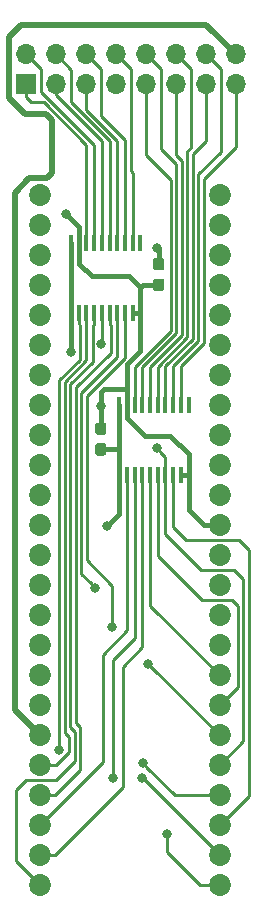
<source format=gbr>
G04 #@! TF.GenerationSoftware,KiCad,Pcbnew,(5.1.4)-1*
G04 #@! TF.CreationDate,2021-01-17T22:07:20+00:00*
G04 #@! TF.ProjectId,Amiga_External,416d6967-615f-4457-9874-65726e616c2e,rev?*
G04 #@! TF.SameCoordinates,Original*
G04 #@! TF.FileFunction,Copper,L1,Top*
G04 #@! TF.FilePolarity,Positive*
%FSLAX46Y46*%
G04 Gerber Fmt 4.6, Leading zero omitted, Abs format (unit mm)*
G04 Created by KiCad (PCBNEW (5.1.4)-1) date 2021-01-17 22:07:20*
%MOMM*%
%LPD*%
G04 APERTURE LIST*
%ADD10C,1.854200*%
%ADD11C,0.100000*%
%ADD12C,0.950000*%
%ADD13R,0.450000X1.450000*%
%ADD14R,1.700000X1.700000*%
%ADD15O,1.700000X1.700000*%
%ADD16C,0.800000*%
%ADD17C,0.400000*%
%ADD18C,0.500000*%
%ADD19C,0.250000*%
G04 APERTURE END LIST*
D10*
X142240000Y-76200000D03*
X142240000Y-78740000D03*
X142240000Y-81280000D03*
X142240000Y-83820000D03*
X142240000Y-86360000D03*
X142240000Y-88900000D03*
X142240000Y-91440000D03*
X142240000Y-93980000D03*
X142240000Y-96520000D03*
X142240000Y-99060000D03*
X142240000Y-101600000D03*
X142240000Y-104140000D03*
X142240000Y-106680000D03*
X142240000Y-109220000D03*
X142240000Y-111760000D03*
X142240000Y-114300000D03*
X142240000Y-116840000D03*
X142240000Y-119380000D03*
X142240000Y-121920000D03*
X142240000Y-124460000D03*
X127000000Y-124460000D03*
X127000000Y-121920000D03*
X127000000Y-119380000D03*
X127000000Y-116840000D03*
X127000000Y-114300000D03*
X127000000Y-111760000D03*
X127000000Y-109220000D03*
X127000000Y-106680000D03*
X127000000Y-104140000D03*
X127000000Y-101600000D03*
X127000000Y-96520000D03*
X127000000Y-93980000D03*
X127000000Y-91440000D03*
X127000000Y-88900000D03*
X127000000Y-86360000D03*
X127000000Y-83820000D03*
X127000000Y-81280000D03*
X127000000Y-78740000D03*
X127000000Y-76200000D03*
X127000000Y-99060000D03*
X127000000Y-129540000D03*
X127000000Y-127000000D03*
X127000000Y-132080000D03*
X142240000Y-134620000D03*
X142240000Y-132080000D03*
X127000000Y-134620000D03*
X142240000Y-127000000D03*
X142240000Y-129540000D03*
D11*
G36*
X132442379Y-97201344D02*
G01*
X132465434Y-97204763D01*
X132488043Y-97210427D01*
X132509987Y-97218279D01*
X132531057Y-97228244D01*
X132551048Y-97240226D01*
X132569768Y-97254110D01*
X132587038Y-97269762D01*
X132602690Y-97287032D01*
X132616574Y-97305752D01*
X132628556Y-97325743D01*
X132638521Y-97346813D01*
X132646373Y-97368757D01*
X132652037Y-97391366D01*
X132655456Y-97414421D01*
X132656600Y-97437700D01*
X132656600Y-98012700D01*
X132655456Y-98035979D01*
X132652037Y-98059034D01*
X132646373Y-98081643D01*
X132638521Y-98103587D01*
X132628556Y-98124657D01*
X132616574Y-98144648D01*
X132602690Y-98163368D01*
X132587038Y-98180638D01*
X132569768Y-98196290D01*
X132551048Y-98210174D01*
X132531057Y-98222156D01*
X132509987Y-98232121D01*
X132488043Y-98239973D01*
X132465434Y-98245637D01*
X132442379Y-98249056D01*
X132419100Y-98250200D01*
X131944100Y-98250200D01*
X131920821Y-98249056D01*
X131897766Y-98245637D01*
X131875157Y-98239973D01*
X131853213Y-98232121D01*
X131832143Y-98222156D01*
X131812152Y-98210174D01*
X131793432Y-98196290D01*
X131776162Y-98180638D01*
X131760510Y-98163368D01*
X131746626Y-98144648D01*
X131734644Y-98124657D01*
X131724679Y-98103587D01*
X131716827Y-98081643D01*
X131711163Y-98059034D01*
X131707744Y-98035979D01*
X131706600Y-98012700D01*
X131706600Y-97437700D01*
X131707744Y-97414421D01*
X131711163Y-97391366D01*
X131716827Y-97368757D01*
X131724679Y-97346813D01*
X131734644Y-97325743D01*
X131746626Y-97305752D01*
X131760510Y-97287032D01*
X131776162Y-97269762D01*
X131793432Y-97254110D01*
X131812152Y-97240226D01*
X131832143Y-97228244D01*
X131853213Y-97218279D01*
X131875157Y-97210427D01*
X131897766Y-97204763D01*
X131920821Y-97201344D01*
X131944100Y-97200200D01*
X132419100Y-97200200D01*
X132442379Y-97201344D01*
X132442379Y-97201344D01*
G37*
D12*
X132181600Y-97725200D03*
D11*
G36*
X132442379Y-95451344D02*
G01*
X132465434Y-95454763D01*
X132488043Y-95460427D01*
X132509987Y-95468279D01*
X132531057Y-95478244D01*
X132551048Y-95490226D01*
X132569768Y-95504110D01*
X132587038Y-95519762D01*
X132602690Y-95537032D01*
X132616574Y-95555752D01*
X132628556Y-95575743D01*
X132638521Y-95596813D01*
X132646373Y-95618757D01*
X132652037Y-95641366D01*
X132655456Y-95664421D01*
X132656600Y-95687700D01*
X132656600Y-96262700D01*
X132655456Y-96285979D01*
X132652037Y-96309034D01*
X132646373Y-96331643D01*
X132638521Y-96353587D01*
X132628556Y-96374657D01*
X132616574Y-96394648D01*
X132602690Y-96413368D01*
X132587038Y-96430638D01*
X132569768Y-96446290D01*
X132551048Y-96460174D01*
X132531057Y-96472156D01*
X132509987Y-96482121D01*
X132488043Y-96489973D01*
X132465434Y-96495637D01*
X132442379Y-96499056D01*
X132419100Y-96500200D01*
X131944100Y-96500200D01*
X131920821Y-96499056D01*
X131897766Y-96495637D01*
X131875157Y-96489973D01*
X131853213Y-96482121D01*
X131832143Y-96472156D01*
X131812152Y-96460174D01*
X131793432Y-96446290D01*
X131776162Y-96430638D01*
X131760510Y-96413368D01*
X131746626Y-96394648D01*
X131734644Y-96374657D01*
X131724679Y-96353587D01*
X131716827Y-96331643D01*
X131711163Y-96309034D01*
X131707744Y-96285979D01*
X131706600Y-96262700D01*
X131706600Y-95687700D01*
X131707744Y-95664421D01*
X131711163Y-95641366D01*
X131716827Y-95618757D01*
X131724679Y-95596813D01*
X131734644Y-95575743D01*
X131746626Y-95555752D01*
X131760510Y-95537032D01*
X131776162Y-95519762D01*
X131793432Y-95504110D01*
X131812152Y-95490226D01*
X131832143Y-95478244D01*
X131853213Y-95468279D01*
X131875157Y-95460427D01*
X131897766Y-95454763D01*
X131920821Y-95451344D01*
X131944100Y-95450200D01*
X132419100Y-95450200D01*
X132442379Y-95451344D01*
X132442379Y-95451344D01*
G37*
D12*
X132181600Y-95975200D03*
D13*
X129663000Y-86160400D03*
X130313000Y-86160400D03*
X130963000Y-86160400D03*
X131613000Y-86160400D03*
X132263000Y-86160400D03*
X132913000Y-86160400D03*
X133563000Y-86160400D03*
X134213000Y-86160400D03*
X134863000Y-86160400D03*
X135513000Y-86160400D03*
X135513000Y-80260400D03*
X134863000Y-80260400D03*
X134213000Y-80260400D03*
X133563000Y-80260400D03*
X132913000Y-80260400D03*
X132263000Y-80260400D03*
X131613000Y-80260400D03*
X130963000Y-80260400D03*
X130313000Y-80260400D03*
X129663000Y-80260400D03*
X133752400Y-93951000D03*
X134402400Y-93951000D03*
X135052400Y-93951000D03*
X135702400Y-93951000D03*
X136352400Y-93951000D03*
X137002400Y-93951000D03*
X137652400Y-93951000D03*
X138302400Y-93951000D03*
X138952400Y-93951000D03*
X139602400Y-93951000D03*
X139602400Y-99851000D03*
X138952400Y-99851000D03*
X138302400Y-99851000D03*
X137652400Y-99851000D03*
X137002400Y-99851000D03*
X136352400Y-99851000D03*
X135702400Y-99851000D03*
X135052400Y-99851000D03*
X134402400Y-99851000D03*
X133752400Y-99851000D03*
D14*
X125806200Y-66802000D03*
D15*
X125806200Y-64262000D03*
X128346200Y-66802000D03*
X128346200Y-64262000D03*
X130886200Y-66802000D03*
X130886200Y-64262000D03*
X133426200Y-66802000D03*
X133426200Y-64262000D03*
X135966200Y-66802000D03*
X135966200Y-64262000D03*
X138506200Y-66802000D03*
X138506200Y-64262000D03*
X141046200Y-66802000D03*
X141046200Y-64262000D03*
X143586200Y-66802000D03*
X143586200Y-64262000D03*
D11*
G36*
X137344579Y-81506744D02*
G01*
X137367634Y-81510163D01*
X137390243Y-81515827D01*
X137412187Y-81523679D01*
X137433257Y-81533644D01*
X137453248Y-81545626D01*
X137471968Y-81559510D01*
X137489238Y-81575162D01*
X137504890Y-81592432D01*
X137518774Y-81611152D01*
X137530756Y-81631143D01*
X137540721Y-81652213D01*
X137548573Y-81674157D01*
X137554237Y-81696766D01*
X137557656Y-81719821D01*
X137558800Y-81743100D01*
X137558800Y-82318100D01*
X137557656Y-82341379D01*
X137554237Y-82364434D01*
X137548573Y-82387043D01*
X137540721Y-82408987D01*
X137530756Y-82430057D01*
X137518774Y-82450048D01*
X137504890Y-82468768D01*
X137489238Y-82486038D01*
X137471968Y-82501690D01*
X137453248Y-82515574D01*
X137433257Y-82527556D01*
X137412187Y-82537521D01*
X137390243Y-82545373D01*
X137367634Y-82551037D01*
X137344579Y-82554456D01*
X137321300Y-82555600D01*
X136846300Y-82555600D01*
X136823021Y-82554456D01*
X136799966Y-82551037D01*
X136777357Y-82545373D01*
X136755413Y-82537521D01*
X136734343Y-82527556D01*
X136714352Y-82515574D01*
X136695632Y-82501690D01*
X136678362Y-82486038D01*
X136662710Y-82468768D01*
X136648826Y-82450048D01*
X136636844Y-82430057D01*
X136626879Y-82408987D01*
X136619027Y-82387043D01*
X136613363Y-82364434D01*
X136609944Y-82341379D01*
X136608800Y-82318100D01*
X136608800Y-81743100D01*
X136609944Y-81719821D01*
X136613363Y-81696766D01*
X136619027Y-81674157D01*
X136626879Y-81652213D01*
X136636844Y-81631143D01*
X136648826Y-81611152D01*
X136662710Y-81592432D01*
X136678362Y-81575162D01*
X136695632Y-81559510D01*
X136714352Y-81545626D01*
X136734343Y-81533644D01*
X136755413Y-81523679D01*
X136777357Y-81515827D01*
X136799966Y-81510163D01*
X136823021Y-81506744D01*
X136846300Y-81505600D01*
X137321300Y-81505600D01*
X137344579Y-81506744D01*
X137344579Y-81506744D01*
G37*
D12*
X137083800Y-82030600D03*
D11*
G36*
X137344579Y-83256744D02*
G01*
X137367634Y-83260163D01*
X137390243Y-83265827D01*
X137412187Y-83273679D01*
X137433257Y-83283644D01*
X137453248Y-83295626D01*
X137471968Y-83309510D01*
X137489238Y-83325162D01*
X137504890Y-83342432D01*
X137518774Y-83361152D01*
X137530756Y-83381143D01*
X137540721Y-83402213D01*
X137548573Y-83424157D01*
X137554237Y-83446766D01*
X137557656Y-83469821D01*
X137558800Y-83493100D01*
X137558800Y-84068100D01*
X137557656Y-84091379D01*
X137554237Y-84114434D01*
X137548573Y-84137043D01*
X137540721Y-84158987D01*
X137530756Y-84180057D01*
X137518774Y-84200048D01*
X137504890Y-84218768D01*
X137489238Y-84236038D01*
X137471968Y-84251690D01*
X137453248Y-84265574D01*
X137433257Y-84277556D01*
X137412187Y-84287521D01*
X137390243Y-84295373D01*
X137367634Y-84301037D01*
X137344579Y-84304456D01*
X137321300Y-84305600D01*
X136846300Y-84305600D01*
X136823021Y-84304456D01*
X136799966Y-84301037D01*
X136777357Y-84295373D01*
X136755413Y-84287521D01*
X136734343Y-84277556D01*
X136714352Y-84265574D01*
X136695632Y-84251690D01*
X136678362Y-84236038D01*
X136662710Y-84218768D01*
X136648826Y-84200048D01*
X136636844Y-84180057D01*
X136626879Y-84158987D01*
X136619027Y-84137043D01*
X136613363Y-84114434D01*
X136609944Y-84091379D01*
X136608800Y-84068100D01*
X136608800Y-83493100D01*
X136609944Y-83469821D01*
X136613363Y-83446766D01*
X136619027Y-83424157D01*
X136626879Y-83402213D01*
X136636844Y-83381143D01*
X136648826Y-83361152D01*
X136662710Y-83342432D01*
X136678362Y-83325162D01*
X136695632Y-83309510D01*
X136714352Y-83295626D01*
X136734343Y-83283644D01*
X136755413Y-83273679D01*
X136777357Y-83265827D01*
X136799966Y-83260163D01*
X136823021Y-83256744D01*
X136846300Y-83255600D01*
X137321300Y-83255600D01*
X137344579Y-83256744D01*
X137344579Y-83256744D01*
G37*
D12*
X137083800Y-83780600D03*
D16*
X132689600Y-104216200D03*
X136956800Y-80695800D03*
X129641600Y-89458800D03*
X129235200Y-77774800D03*
X132181600Y-94081600D03*
X133121400Y-112801400D03*
X136194804Y-115874800D03*
X136906000Y-97637600D03*
X132232400Y-88823800D03*
X137795000Y-130327400D03*
X131724400Y-109423198D03*
X135661400Y-125577600D03*
X133172202Y-125577600D03*
X135712200Y-124282200D03*
X128651000Y-123139202D03*
D17*
X133752400Y-93951000D02*
X133752400Y-96008000D01*
X129663000Y-85449600D02*
X129663000Y-80260400D01*
X129663000Y-86160400D02*
X129663000Y-85449600D01*
X137083800Y-80822800D02*
X136956800Y-80695800D01*
X137083800Y-82030600D02*
X137083800Y-80822800D01*
X133719600Y-97725200D02*
X132181600Y-97725200D01*
X133752400Y-97692400D02*
X133719600Y-97725200D01*
X133752400Y-97692400D02*
X133752400Y-99851000D01*
X133752400Y-96008000D02*
X133752400Y-97692400D01*
X133752400Y-103153400D02*
X132689600Y-104216200D01*
X133752400Y-99851000D02*
X133752400Y-103153400D01*
D18*
X126136400Y-74752200D02*
X124891800Y-75996800D01*
X127584200Y-74752200D02*
X126136400Y-74752200D01*
X128041400Y-74295000D02*
X127584200Y-74752200D01*
X128041400Y-69828680D02*
X128041400Y-74295000D01*
X127529320Y-69316600D02*
X128041400Y-69828680D01*
X141097000Y-61772800D02*
X125450600Y-61772800D01*
X143586200Y-64262000D02*
X141097000Y-61772800D01*
X125450600Y-61772800D02*
X124409200Y-62814200D01*
X124891800Y-75996800D02*
X124891800Y-119811800D01*
X124409200Y-62814200D02*
X124409200Y-67945000D01*
X124409200Y-67945000D02*
X125780800Y-69316600D01*
X124891800Y-119811800D02*
X127000000Y-121920000D01*
X125780800Y-69316600D02*
X127529320Y-69316600D01*
D17*
X129663000Y-86160400D02*
X129663000Y-89437400D01*
X129663000Y-89437400D02*
X129641600Y-89458800D01*
X130337999Y-80985799D02*
X130337999Y-82001799D01*
X130313000Y-80260400D02*
X130313000Y-80960800D01*
X130313000Y-80960800D02*
X130337999Y-80985799D01*
X130337999Y-82001799D02*
X131419600Y-83083400D01*
X131419600Y-83083400D02*
X134594600Y-83083400D01*
X135513000Y-84001800D02*
X135513000Y-86160400D01*
X134594600Y-83083400D02*
X135513000Y-84001800D01*
X134863000Y-86160400D02*
X135513000Y-86160400D01*
X139602400Y-100976000D02*
X139602400Y-99851000D01*
X139602400Y-102813517D02*
X139602400Y-100976000D01*
X142240000Y-104140000D02*
X140928883Y-104140000D01*
X140928883Y-104140000D02*
X139602400Y-102813517D01*
X139602400Y-99851000D02*
X138952400Y-99851000D01*
X135734200Y-83780600D02*
X137083800Y-83780600D01*
X135513000Y-84001800D02*
X135734200Y-83780600D01*
X132181600Y-95975200D02*
X132181600Y-94081600D01*
X132450000Y-92594000D02*
X134402400Y-92594000D01*
X132181600Y-92862400D02*
X132450000Y-92594000D01*
X134402400Y-93951000D02*
X134402400Y-92594000D01*
X135884598Y-96558198D02*
X134402400Y-95076000D01*
X139602400Y-99851000D02*
X139602400Y-98108596D01*
X134402400Y-95076000D02*
X134402400Y-93951000D01*
X138052002Y-96558198D02*
X135884598Y-96558198D01*
X139602400Y-98108596D02*
X138052002Y-96558198D01*
X130313000Y-80260400D02*
X130313000Y-78852600D01*
X130313000Y-78852600D02*
X129235200Y-77774800D01*
X132181600Y-94081600D02*
X132181600Y-92862400D01*
X134402400Y-92594000D02*
X134402400Y-90520476D01*
X134402400Y-90520476D02*
X135513000Y-89409876D01*
X135513000Y-87285400D02*
X135513000Y-86160400D01*
X135513000Y-89409876D02*
X135513000Y-87285400D01*
D19*
X130963000Y-71934810D02*
X130963000Y-77572200D01*
X130963000Y-77572200D02*
X130963000Y-80403000D01*
X126255600Y-68351400D02*
X127379591Y-68351401D01*
X125806200Y-67902000D02*
X126255600Y-68351400D01*
X127379591Y-68351401D02*
X130963000Y-71934810D01*
X125806200Y-66802000D02*
X125806200Y-67902000D01*
X131613000Y-77206200D02*
X131613000Y-80260400D01*
X131613000Y-71948400D02*
X131613000Y-77206200D01*
X127101600Y-67437000D02*
X131613000Y-71948400D01*
X125806200Y-64262000D02*
X127101600Y-65557400D01*
X127101600Y-65557400D02*
X127101600Y-67437000D01*
X132263000Y-76721481D02*
X132263000Y-80403000D01*
X132263000Y-71604980D02*
X132263000Y-76721481D01*
X128346200Y-66802000D02*
X128346200Y-67688180D01*
X128346200Y-67688180D02*
X132263000Y-71604980D01*
X132913000Y-75558400D02*
X132913000Y-80403000D01*
X132913000Y-71618570D02*
X132913000Y-75558400D01*
X129646208Y-68351778D02*
X132913000Y-71618570D01*
X129646208Y-65562008D02*
X129646208Y-68351778D01*
X128346200Y-64262000D02*
X129646208Y-65562008D01*
X133563000Y-74279400D02*
X133563000Y-80260400D01*
X133563000Y-71632160D02*
X133563000Y-74279400D01*
X130886200Y-66802000D02*
X130886200Y-68955360D01*
X130886200Y-68955360D02*
X133563000Y-71632160D01*
X134213000Y-74292990D02*
X134213000Y-80403000D01*
X134213000Y-71525800D02*
X134213000Y-74292990D01*
X132156200Y-69469000D02*
X134213000Y-71525800D01*
X130886200Y-64262000D02*
X132156200Y-65532000D01*
X132156200Y-65532000D02*
X132156200Y-69469000D01*
X134863000Y-74306580D02*
X134863000Y-80403000D01*
X134696200Y-74139780D02*
X134863000Y-74306580D01*
X133426200Y-64262000D02*
X134696200Y-65532000D01*
X134696200Y-65532000D02*
X134696200Y-74139780D01*
X135052400Y-90753600D02*
X135052400Y-93951000D01*
X138099800Y-87706200D02*
X135052400Y-90753600D01*
X138099800Y-74938281D02*
X138099800Y-87706200D01*
X135966200Y-71602600D02*
X135966200Y-72804681D01*
X135966200Y-72804681D02*
X138099800Y-74938281D01*
X135966200Y-71602600D02*
X135966200Y-66802000D01*
X137236200Y-65532000D02*
X135966200Y-64262000D01*
X137236200Y-72261600D02*
X137236200Y-65532000D01*
X138549811Y-73575211D02*
X137236200Y-72261600D01*
X138549811Y-87892600D02*
X138549811Y-73575211D01*
X135702400Y-93951000D02*
X135702400Y-90740010D01*
X135702400Y-90740010D02*
X138549811Y-87892600D01*
X136352400Y-93951000D02*
X136352400Y-90726420D01*
X136352400Y-90726420D02*
X139039600Y-88039220D01*
X138506200Y-72804681D02*
X138506200Y-71602600D01*
X139039600Y-88039220D02*
X139039600Y-73338081D01*
X139039600Y-73338081D02*
X138506200Y-72804681D01*
X138506200Y-71602600D02*
X138506200Y-66802000D01*
X139776200Y-65532000D02*
X138506200Y-64262000D01*
X139776200Y-72186800D02*
X139776200Y-65532000D01*
X139503990Y-72459010D02*
X139776200Y-72186800D01*
X139503990Y-88211240D02*
X139503990Y-72459010D01*
X137002400Y-93951000D02*
X137002400Y-90712830D01*
X137002400Y-90712830D02*
X139503990Y-88211240D01*
X139954000Y-72694800D02*
X141046200Y-71602600D01*
X139954000Y-88397640D02*
X139954000Y-72694800D01*
X137652400Y-93951000D02*
X137652400Y-90699240D01*
X137652400Y-90699240D02*
X139954000Y-88397640D01*
X141046200Y-71602600D02*
X141046200Y-66802000D01*
X142316200Y-65532000D02*
X141046200Y-64262000D01*
X142316200Y-72542400D02*
X142316200Y-65532000D01*
X140411200Y-74447400D02*
X142316200Y-72542400D01*
X140411200Y-88576850D02*
X140411200Y-74447400D01*
X138302400Y-93951000D02*
X138302400Y-90685650D01*
X138302400Y-90685650D02*
X140411200Y-88576850D01*
D18*
X143078200Y-66700400D02*
X143586200Y-67208400D01*
D19*
X143586200Y-72136000D02*
X143586200Y-71602600D01*
X140893800Y-74828400D02*
X143586200Y-72136000D01*
X140893800Y-88730660D02*
X140893800Y-74828400D01*
X138952400Y-93951000D02*
X138952400Y-90672060D01*
X138952400Y-90672060D02*
X140893800Y-88730660D01*
X143586200Y-71602600D02*
X143586200Y-66802000D01*
X136352400Y-103254600D02*
X136352400Y-99851000D01*
X142240000Y-116840000D02*
X136352400Y-110952400D01*
X136352400Y-110952400D02*
X136352400Y-103254600D01*
X137002400Y-106751000D02*
X137002400Y-100826000D01*
X143263501Y-110472101D02*
X140723501Y-110472101D01*
X140723501Y-110472101D02*
X137002400Y-106751000D01*
X143796589Y-117823411D02*
X143796589Y-111005189D01*
X142240000Y-119380000D02*
X143796589Y-117823411D01*
X137002400Y-100826000D02*
X137002400Y-99851000D01*
X143796589Y-111005189D02*
X143263501Y-110472101D01*
X142240000Y-121920000D02*
X136194804Y-115874804D01*
X136194804Y-115874804D02*
X136194804Y-115874800D01*
X133121400Y-109250786D02*
X133121400Y-112801400D01*
X130987800Y-107117186D02*
X133121400Y-109250786D01*
X130987800Y-93192600D02*
X130987800Y-107117186D01*
X134213000Y-86160400D02*
X134213000Y-89967400D01*
X134213000Y-89967400D02*
X130987800Y-93192600D01*
X137652400Y-103254600D02*
X137652400Y-99851000D01*
X140698101Y-107932101D02*
X137652400Y-104886400D01*
X143466701Y-107932101D02*
X140698101Y-107932101D01*
X142240000Y-124460000D02*
X144246600Y-122453400D01*
X137652400Y-104886400D02*
X137652400Y-103254600D01*
X144246600Y-122453400D02*
X144246600Y-108712000D01*
X144246600Y-108712000D02*
X143466701Y-107932101D01*
X137652400Y-98384000D02*
X137305999Y-98037599D01*
X137652400Y-99851000D02*
X137652400Y-98384000D01*
X137305999Y-98037599D02*
X136906000Y-97637600D01*
X132263000Y-88793200D02*
X132232400Y-88823800D01*
X132263000Y-86160400D02*
X132263000Y-88793200D01*
X129503002Y-123360204D02*
X129503002Y-122060802D01*
X127000000Y-124460000D02*
X128403206Y-124460000D01*
X128403206Y-124460000D02*
X129503002Y-123360204D01*
X130963000Y-87135400D02*
X130963000Y-86160400D01*
X129503002Y-122060802D02*
X129140789Y-121698589D01*
X129140789Y-121698589D02*
X129140789Y-92018421D01*
X129140789Y-92018421D02*
X130963000Y-90196210D01*
X130963000Y-90196210D02*
X130963000Y-87135400D01*
X134402400Y-100826000D02*
X134402400Y-99851000D01*
X134402400Y-113019000D02*
X134402400Y-100826000D01*
X132320198Y-115101202D02*
X134402400Y-113019000D01*
X127000000Y-129540000D02*
X132320198Y-124219802D01*
X132320198Y-124219802D02*
X132320198Y-115101202D01*
X133033602Y-89521198D02*
X133033602Y-87256002D01*
X130073400Y-92481400D02*
X133033602Y-89521198D01*
X130073400Y-120904000D02*
X130073400Y-92481400D01*
X133033602Y-87256002D02*
X132913000Y-87135400D01*
X132913000Y-87135400D02*
X132913000Y-86160400D01*
X128311117Y-127000000D02*
X130403024Y-124908093D01*
X130403024Y-124908093D02*
X130403024Y-121233624D01*
X130403024Y-121233624D02*
X130073400Y-120904000D01*
X127000000Y-127000000D02*
X128311117Y-127000000D01*
X135702400Y-114487600D02*
X135702400Y-100826000D01*
X134074433Y-126316684D02*
X134074433Y-116115567D01*
X134074433Y-116115567D02*
X135702400Y-114487600D01*
X128311117Y-132080000D02*
X134074433Y-126316684D01*
X127000000Y-132080000D02*
X128311117Y-132080000D01*
X135702400Y-100826000D02*
X135702400Y-99851000D01*
X137795000Y-131851400D02*
X137795000Y-130327400D01*
X142240000Y-134620000D02*
X140563600Y-134620000D01*
X140563600Y-134620000D02*
X137795000Y-131851400D01*
X131324401Y-109023199D02*
X131724400Y-109423198D01*
X130537789Y-108236587D02*
X131324401Y-109023199D01*
X130537789Y-92931411D02*
X130537789Y-108236587D01*
X133563000Y-86160400D02*
X133563000Y-89906200D01*
X133563000Y-89906200D02*
X130537789Y-92931411D01*
X142240000Y-132080000D02*
X135737600Y-125577600D01*
X135737600Y-125577600D02*
X135661400Y-125577600D01*
X133172202Y-125011915D02*
X133172202Y-125577600D01*
X135052400Y-113715200D02*
X133172202Y-115595398D01*
X133172202Y-115595398D02*
X133172202Y-125011915D01*
X135052400Y-99851000D02*
X135052400Y-113715200D01*
X129953013Y-124123187D02*
X129953013Y-121621813D01*
X125849499Y-125712101D02*
X128364099Y-125712101D01*
X124968000Y-132588000D02*
X124968000Y-126593600D01*
X131481998Y-90313622D02*
X131481998Y-87266402D01*
X128364099Y-125712101D02*
X129953013Y-124123187D01*
X129590800Y-121259600D02*
X129590800Y-92204820D01*
X127000000Y-134620000D02*
X124968000Y-132588000D01*
X131613000Y-87135400D02*
X131613000Y-86160400D01*
X124968000Y-126593600D02*
X125849499Y-125712101D01*
X129590800Y-92204820D02*
X131481998Y-90313622D01*
X129953013Y-121621813D02*
X129590800Y-121259600D01*
X131481998Y-87266402D02*
X131613000Y-87135400D01*
X138430000Y-127000000D02*
X136112199Y-124682199D01*
X142240000Y-127000000D02*
X138430000Y-127000000D01*
X136112199Y-124682199D02*
X135712200Y-124282200D01*
X130388006Y-87210406D02*
X130388006Y-90134794D01*
X130313000Y-86160400D02*
X130313000Y-87135400D01*
X130388006Y-90134794D02*
X128651000Y-91871800D01*
X128651000Y-122573517D02*
X128651000Y-123139202D01*
X130313000Y-87135400D02*
X130388006Y-87210406D01*
X128651000Y-91871800D02*
X128651000Y-122573517D01*
X138302400Y-103254600D02*
X138302400Y-99851000D01*
X144729200Y-127050800D02*
X144729200Y-106273600D01*
X142240000Y-129540000D02*
X144729200Y-127050800D01*
X144729200Y-106273600D02*
X143847701Y-105392101D01*
X143847701Y-105392101D02*
X139414101Y-105392101D01*
X139414101Y-105392101D02*
X138302400Y-104280400D01*
X138302400Y-104280400D02*
X138302400Y-103254600D01*
M02*

</source>
